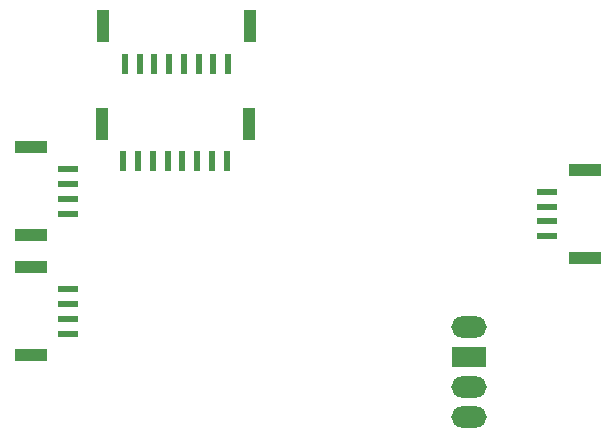
<source format=gbp>
G04 #@! TF.GenerationSoftware,KiCad,Pcbnew,(5.1.9)-1*
G04 #@! TF.CreationDate,2021-04-18T01:44:30-07:00*
G04 #@! TF.ProjectId,UAS_V2,5541535f-5632-42e6-9b69-6361645f7063,rev?*
G04 #@! TF.SameCoordinates,Original*
G04 #@! TF.FileFunction,Paste,Bot*
G04 #@! TF.FilePolarity,Positive*
%FSLAX46Y46*%
G04 Gerber Fmt 4.6, Leading zero omitted, Abs format (unit mm)*
G04 Created by KiCad (PCBNEW (5.1.9)-1) date 2021-04-18 01:44:30*
%MOMM*%
%LPD*%
G01*
G04 APERTURE LIST*
%ADD10R,2.700000X1.000000*%
%ADD11R,1.700000X0.600000*%
%ADD12R,0.600000X1.700000*%
%ADD13R,1.000000X2.700000*%
%ADD14O,3.000000X1.800000*%
%ADD15R,3.000000X1.800000*%
G04 APERTURE END LIST*
D10*
X173645000Y-92795000D03*
D11*
X170445000Y-95895000D03*
X170445000Y-94645000D03*
X170445000Y-97145000D03*
X170445000Y-98395000D03*
D10*
X173645000Y-100245000D03*
D12*
X138440000Y-83820000D03*
X139690000Y-83820000D03*
X140940000Y-83820000D03*
X142190000Y-83820000D03*
X137190000Y-83820000D03*
X135940000Y-83820000D03*
X134690000Y-83820000D03*
X143440000Y-83820000D03*
D13*
X132840000Y-80620000D03*
X145290000Y-80620000D03*
D12*
X138315000Y-92075000D03*
X139565000Y-92075000D03*
X140815000Y-92075000D03*
X142065000Y-92075000D03*
X137065000Y-92075000D03*
X135815000Y-92075000D03*
X134565000Y-92075000D03*
X143315000Y-92075000D03*
D13*
X132715000Y-88875000D03*
X145165000Y-88875000D03*
D14*
X163830000Y-106085000D03*
D15*
X163830000Y-108625000D03*
D14*
X163830000Y-111165000D03*
X163830000Y-113705000D03*
D10*
X126710000Y-98340000D03*
D11*
X129910000Y-95240000D03*
X129910000Y-96490000D03*
X129910000Y-93990000D03*
X129910000Y-92740000D03*
D10*
X126710000Y-90890000D03*
X126710000Y-108500000D03*
D11*
X129910000Y-105400000D03*
X129910000Y-106650000D03*
X129910000Y-104150000D03*
X129910000Y-102900000D03*
D10*
X126710000Y-101050000D03*
M02*

</source>
